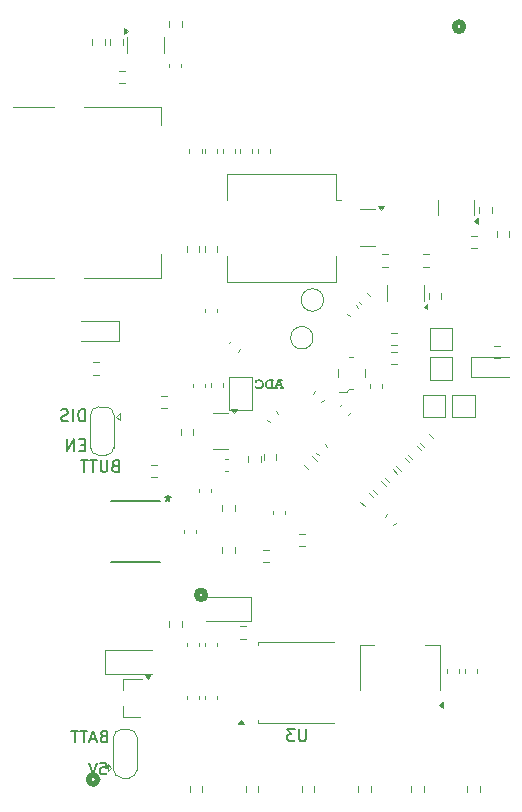
<source format=gbr>
%TF.GenerationSoftware,KiCad,Pcbnew,8.0.2*%
%TF.CreationDate,2024-08-20T16:45:35-03:00*%
%TF.ProjectId,dough,646f7567-682e-46b6-9963-61645f706362,rev?*%
%TF.SameCoordinates,Original*%
%TF.FileFunction,Legend,Bot*%
%TF.FilePolarity,Positive*%
%FSLAX46Y46*%
G04 Gerber Fmt 4.6, Leading zero omitted, Abs format (unit mm)*
G04 Created by KiCad (PCBNEW 8.0.2) date 2024-08-20 16:45:35*
%MOMM*%
%LPD*%
G01*
G04 APERTURE LIST*
%ADD10C,0.200000*%
%ADD11C,0.150000*%
%ADD12C,0.152400*%
%ADD13C,0.508000*%
%ADD14C,0.120000*%
%ADD15C,0.100000*%
G04 APERTURE END LIST*
D10*
G36*
X121331127Y-68734336D02*
G01*
X121377390Y-68752330D01*
X121381274Y-68756055D01*
X121399127Y-68803133D01*
X121398936Y-68808935D01*
X121377390Y-68854180D01*
X121354931Y-68866672D01*
X121304849Y-68873475D01*
X121212770Y-68873475D01*
X121434054Y-69389316D01*
X121461098Y-69390861D01*
X121508792Y-69408855D01*
X121514116Y-69413870D01*
X121531507Y-69459658D01*
X121531316Y-69465460D01*
X121509769Y-69510704D01*
X121487469Y-69523197D01*
X121437473Y-69530000D01*
X121247941Y-69530000D01*
X121221664Y-69528473D01*
X121175401Y-69510704D01*
X121170306Y-69505632D01*
X121153663Y-69459658D01*
X121153854Y-69453857D01*
X121175401Y-69408855D01*
X121197859Y-69396204D01*
X121247941Y-69389316D01*
X121282135Y-69389316D01*
X121247941Y-69295526D01*
X120905757Y-69295526D01*
X120872051Y-69389316D01*
X120906489Y-69389316D01*
X120932767Y-69390861D01*
X120979030Y-69408855D01*
X120982871Y-69412580D01*
X121000523Y-69459658D01*
X121000334Y-69465460D01*
X120979030Y-69510704D01*
X120956571Y-69523197D01*
X120906489Y-69530000D01*
X120716957Y-69530000D01*
X120690718Y-69528473D01*
X120644905Y-69510704D01*
X120641064Y-69506935D01*
X120623412Y-69459658D01*
X120625904Y-69442360D01*
X120654919Y-69402016D01*
X120671566Y-69394277D01*
X120720376Y-69389316D01*
X120820429Y-69154842D01*
X120964131Y-69154842D01*
X121191521Y-69154842D01*
X121077459Y-68912798D01*
X120964131Y-69154842D01*
X120820429Y-69154842D01*
X121000523Y-68732791D01*
X121304849Y-68732791D01*
X121331127Y-68734336D01*
G37*
G36*
X120572020Y-68734336D02*
G01*
X120618283Y-68752330D01*
X120622124Y-68756055D01*
X120639776Y-68803133D01*
X120639589Y-68808935D01*
X120618527Y-68854180D01*
X120601148Y-68865165D01*
X120552581Y-68873475D01*
X120552581Y-69389316D01*
X120570752Y-69390251D01*
X120618283Y-69408855D01*
X120622124Y-69412580D01*
X120639776Y-69459658D01*
X120639587Y-69465460D01*
X120618283Y-69510704D01*
X120595824Y-69523197D01*
X120545743Y-69530000D01*
X120262665Y-69530000D01*
X120229537Y-69529248D01*
X120180651Y-69524920D01*
X120131711Y-69515454D01*
X120084856Y-69499225D01*
X120073957Y-69493936D01*
X120031453Y-69467982D01*
X119992533Y-69437676D01*
X119969070Y-69415282D01*
X119938399Y-69376023D01*
X119913154Y-69329965D01*
X119895911Y-69282179D01*
X119885825Y-69229834D01*
X119882868Y-69178290D01*
X119882868Y-69114054D01*
X119882916Y-69110879D01*
X120023796Y-69110879D01*
X120023796Y-69173161D01*
X120024487Y-69195244D01*
X120032760Y-69246465D01*
X120052128Y-69291618D01*
X120057635Y-69300041D01*
X120092382Y-69337901D01*
X120135659Y-69366845D01*
X120159595Y-69376676D01*
X120209430Y-69386660D01*
X120262177Y-69389316D01*
X120411898Y-69389316D01*
X120411898Y-68873475D01*
X120263642Y-68873475D01*
X120236408Y-68874436D01*
X120187247Y-68882130D01*
X120138834Y-68900830D01*
X120111599Y-68919849D01*
X120077751Y-68956509D01*
X120049197Y-69001458D01*
X120044658Y-69010388D01*
X120028658Y-69059160D01*
X120023796Y-69110879D01*
X119882916Y-69110879D01*
X119883127Y-69096808D01*
X119887555Y-69045451D01*
X119899476Y-68995108D01*
X119902688Y-68985988D01*
X119923064Y-68940196D01*
X119948569Y-68897166D01*
X119976572Y-68858017D01*
X120011339Y-68819497D01*
X120027179Y-68805947D01*
X120071217Y-68777938D01*
X120116852Y-68757948D01*
X120149779Y-68747262D01*
X120199914Y-68736958D01*
X120250942Y-68733524D01*
X120545743Y-68732791D01*
X120572020Y-68734336D01*
G37*
G36*
X119176517Y-68779685D02*
G01*
X119148185Y-68744515D01*
X119114724Y-68732791D01*
X119067930Y-68749841D01*
X119064166Y-68753551D01*
X119045847Y-68800400D01*
X119044626Y-68823161D01*
X119044626Y-68938688D01*
X119051515Y-68987287D01*
X119064166Y-69009030D01*
X119109009Y-69029608D01*
X119114724Y-69029790D01*
X119160153Y-69015380D01*
X119183341Y-68970660D01*
X119185554Y-68961158D01*
X119204849Y-68920125D01*
X119246126Y-68890528D01*
X119283496Y-68874940D01*
X119333932Y-68862117D01*
X119384612Y-68857843D01*
X119434317Y-68862035D01*
X119484059Y-68875927D01*
X119500872Y-68883244D01*
X119544696Y-68911548D01*
X119581204Y-68948713D01*
X119594173Y-68965799D01*
X119618879Y-69011537D01*
X119631510Y-69058834D01*
X119634717Y-69101353D01*
X119634717Y-69185617D01*
X119628882Y-69235920D01*
X119608713Y-69286056D01*
X119578243Y-69325999D01*
X119560956Y-69342177D01*
X119520381Y-69369639D01*
X119472662Y-69389255D01*
X119417799Y-69401024D01*
X119363933Y-69404886D01*
X119355792Y-69404947D01*
X119304747Y-69402321D01*
X119255580Y-69393465D01*
X119223168Y-69382721D01*
X119180026Y-69355112D01*
X119156001Y-69331919D01*
X119121563Y-69302365D01*
X119093475Y-69295526D01*
X119047940Y-69313379D01*
X119043893Y-69317264D01*
X119022831Y-69362640D01*
X119022644Y-69368066D01*
X119038856Y-69414595D01*
X119051465Y-69431081D01*
X119089548Y-69467344D01*
X119131714Y-69494736D01*
X119159420Y-69508018D01*
X119210741Y-69526200D01*
X119258792Y-69537366D01*
X119309132Y-69543831D01*
X119355059Y-69545631D01*
X119408589Y-69543294D01*
X119459758Y-69536281D01*
X119508566Y-69524594D01*
X119555014Y-69508231D01*
X119580495Y-69496782D01*
X119624214Y-69471226D01*
X119664146Y-69438522D01*
X119700292Y-69398669D01*
X119718736Y-69373440D01*
X119743634Y-69330346D01*
X119763141Y-69279567D01*
X119773644Y-69226353D01*
X119775645Y-69189525D01*
X119775645Y-69099155D01*
X119772455Y-69048002D01*
X119762883Y-68998588D01*
X119746931Y-68950915D01*
X119724598Y-68904982D01*
X119696495Y-68862499D01*
X119663476Y-68825176D01*
X119625543Y-68793012D01*
X119582693Y-68766008D01*
X119536592Y-68744637D01*
X119489148Y-68729371D01*
X119440361Y-68720212D01*
X119390230Y-68717159D01*
X119338131Y-68720105D01*
X119289117Y-68728940D01*
X119275680Y-68732547D01*
X119227373Y-68750568D01*
X119182286Y-68775780D01*
X119176517Y-68779685D01*
G37*
X106196993Y-98943409D02*
X106054136Y-98991028D01*
X106054136Y-98991028D02*
X106006517Y-99038647D01*
X106006517Y-99038647D02*
X105958898Y-99133885D01*
X105958898Y-99133885D02*
X105958898Y-99276742D01*
X105958898Y-99276742D02*
X106006517Y-99371980D01*
X106006517Y-99371980D02*
X106054136Y-99419600D01*
X106054136Y-99419600D02*
X106149374Y-99467219D01*
X106149374Y-99467219D02*
X106530326Y-99467219D01*
X106530326Y-99467219D02*
X106530326Y-98467219D01*
X106530326Y-98467219D02*
X106196993Y-98467219D01*
X106196993Y-98467219D02*
X106101755Y-98514838D01*
X106101755Y-98514838D02*
X106054136Y-98562457D01*
X106054136Y-98562457D02*
X106006517Y-98657695D01*
X106006517Y-98657695D02*
X106006517Y-98752933D01*
X106006517Y-98752933D02*
X106054136Y-98848171D01*
X106054136Y-98848171D02*
X106101755Y-98895790D01*
X106101755Y-98895790D02*
X106196993Y-98943409D01*
X106196993Y-98943409D02*
X106530326Y-98943409D01*
X105577945Y-99181504D02*
X105101755Y-99181504D01*
X105673183Y-99467219D02*
X105339850Y-98467219D01*
X105339850Y-98467219D02*
X105006517Y-99467219D01*
X104816040Y-98467219D02*
X104244612Y-98467219D01*
X104530326Y-99467219D02*
X104530326Y-98467219D01*
X104054135Y-98467219D02*
X103482707Y-98467219D01*
X103768421Y-99467219D02*
X103768421Y-98467219D01*
X105954136Y-101167219D02*
X106430326Y-101167219D01*
X106430326Y-101167219D02*
X106477945Y-101643409D01*
X106477945Y-101643409D02*
X106430326Y-101595790D01*
X106430326Y-101595790D02*
X106335088Y-101548171D01*
X106335088Y-101548171D02*
X106096993Y-101548171D01*
X106096993Y-101548171D02*
X106001755Y-101595790D01*
X106001755Y-101595790D02*
X105954136Y-101643409D01*
X105954136Y-101643409D02*
X105906517Y-101738647D01*
X105906517Y-101738647D02*
X105906517Y-101976742D01*
X105906517Y-101976742D02*
X105954136Y-102071980D01*
X105954136Y-102071980D02*
X106001755Y-102119600D01*
X106001755Y-102119600D02*
X106096993Y-102167219D01*
X106096993Y-102167219D02*
X106335088Y-102167219D01*
X106335088Y-102167219D02*
X106430326Y-102119600D01*
X106430326Y-102119600D02*
X106477945Y-102071980D01*
X105620802Y-101167219D02*
X105287469Y-102167219D01*
X105287469Y-102167219D02*
X104954136Y-101167219D01*
X107196993Y-76043409D02*
X107054136Y-76091028D01*
X107054136Y-76091028D02*
X107006517Y-76138647D01*
X107006517Y-76138647D02*
X106958898Y-76233885D01*
X106958898Y-76233885D02*
X106958898Y-76376742D01*
X106958898Y-76376742D02*
X107006517Y-76471980D01*
X107006517Y-76471980D02*
X107054136Y-76519600D01*
X107054136Y-76519600D02*
X107149374Y-76567219D01*
X107149374Y-76567219D02*
X107530326Y-76567219D01*
X107530326Y-76567219D02*
X107530326Y-75567219D01*
X107530326Y-75567219D02*
X107196993Y-75567219D01*
X107196993Y-75567219D02*
X107101755Y-75614838D01*
X107101755Y-75614838D02*
X107054136Y-75662457D01*
X107054136Y-75662457D02*
X107006517Y-75757695D01*
X107006517Y-75757695D02*
X107006517Y-75852933D01*
X107006517Y-75852933D02*
X107054136Y-75948171D01*
X107054136Y-75948171D02*
X107101755Y-75995790D01*
X107101755Y-75995790D02*
X107196993Y-76043409D01*
X107196993Y-76043409D02*
X107530326Y-76043409D01*
X106530326Y-75567219D02*
X106530326Y-76376742D01*
X106530326Y-76376742D02*
X106482707Y-76471980D01*
X106482707Y-76471980D02*
X106435088Y-76519600D01*
X106435088Y-76519600D02*
X106339850Y-76567219D01*
X106339850Y-76567219D02*
X106149374Y-76567219D01*
X106149374Y-76567219D02*
X106054136Y-76519600D01*
X106054136Y-76519600D02*
X106006517Y-76471980D01*
X106006517Y-76471980D02*
X105958898Y-76376742D01*
X105958898Y-76376742D02*
X105958898Y-75567219D01*
X105625564Y-75567219D02*
X105054136Y-75567219D01*
X105339850Y-76567219D02*
X105339850Y-75567219D01*
X104863659Y-75567219D02*
X104292231Y-75567219D01*
X104577945Y-76567219D02*
X104577945Y-75567219D01*
X104630326Y-72267219D02*
X104630326Y-71267219D01*
X104630326Y-71267219D02*
X104392231Y-71267219D01*
X104392231Y-71267219D02*
X104249374Y-71314838D01*
X104249374Y-71314838D02*
X104154136Y-71410076D01*
X104154136Y-71410076D02*
X104106517Y-71505314D01*
X104106517Y-71505314D02*
X104058898Y-71695790D01*
X104058898Y-71695790D02*
X104058898Y-71838647D01*
X104058898Y-71838647D02*
X104106517Y-72029123D01*
X104106517Y-72029123D02*
X104154136Y-72124361D01*
X104154136Y-72124361D02*
X104249374Y-72219600D01*
X104249374Y-72219600D02*
X104392231Y-72267219D01*
X104392231Y-72267219D02*
X104630326Y-72267219D01*
X103630326Y-72267219D02*
X103630326Y-71267219D01*
X103201755Y-72219600D02*
X103058898Y-72267219D01*
X103058898Y-72267219D02*
X102820803Y-72267219D01*
X102820803Y-72267219D02*
X102725565Y-72219600D01*
X102725565Y-72219600D02*
X102677946Y-72171980D01*
X102677946Y-72171980D02*
X102630327Y-72076742D01*
X102630327Y-72076742D02*
X102630327Y-71981504D01*
X102630327Y-71981504D02*
X102677946Y-71886266D01*
X102677946Y-71886266D02*
X102725565Y-71838647D01*
X102725565Y-71838647D02*
X102820803Y-71791028D01*
X102820803Y-71791028D02*
X103011279Y-71743409D01*
X103011279Y-71743409D02*
X103106517Y-71695790D01*
X103106517Y-71695790D02*
X103154136Y-71648171D01*
X103154136Y-71648171D02*
X103201755Y-71552933D01*
X103201755Y-71552933D02*
X103201755Y-71457695D01*
X103201755Y-71457695D02*
X103154136Y-71362457D01*
X103154136Y-71362457D02*
X103106517Y-71314838D01*
X103106517Y-71314838D02*
X103011279Y-71267219D01*
X103011279Y-71267219D02*
X102773184Y-71267219D01*
X102773184Y-71267219D02*
X102630327Y-71314838D01*
X104630326Y-74243409D02*
X104296993Y-74243409D01*
X104154136Y-74767219D02*
X104630326Y-74767219D01*
X104630326Y-74767219D02*
X104630326Y-73767219D01*
X104630326Y-73767219D02*
X104154136Y-73767219D01*
X103725564Y-74767219D02*
X103725564Y-73767219D01*
X103725564Y-73767219D02*
X103154136Y-74767219D01*
X103154136Y-74767219D02*
X103154136Y-73767219D01*
D11*
X111649999Y-78554819D02*
X111649999Y-78792914D01*
X111888094Y-78697676D02*
X111649999Y-78792914D01*
X111649999Y-78792914D02*
X111411904Y-78697676D01*
X111792856Y-78983390D02*
X111649999Y-78792914D01*
X111649999Y-78792914D02*
X111507142Y-78983390D01*
X111649999Y-78554819D02*
X111649999Y-78792914D01*
X111888094Y-78697676D02*
X111649999Y-78792914D01*
X111649999Y-78792914D02*
X111411904Y-78697676D01*
X111792856Y-78983390D02*
X111649999Y-78792914D01*
X111649999Y-78792914D02*
X111507142Y-78983390D01*
X123351904Y-98354819D02*
X123351904Y-99164342D01*
X123351904Y-99164342D02*
X123304285Y-99259580D01*
X123304285Y-99259580D02*
X123256666Y-99307200D01*
X123256666Y-99307200D02*
X123161428Y-99354819D01*
X123161428Y-99354819D02*
X122970952Y-99354819D01*
X122970952Y-99354819D02*
X122875714Y-99307200D01*
X122875714Y-99307200D02*
X122828095Y-99259580D01*
X122828095Y-99259580D02*
X122780476Y-99164342D01*
X122780476Y-99164342D02*
X122780476Y-98354819D01*
X122399523Y-98354819D02*
X121780476Y-98354819D01*
X121780476Y-98354819D02*
X122113809Y-98735771D01*
X122113809Y-98735771D02*
X121970952Y-98735771D01*
X121970952Y-98735771D02*
X121875714Y-98783390D01*
X121875714Y-98783390D02*
X121828095Y-98831009D01*
X121828095Y-98831009D02*
X121780476Y-98926247D01*
X121780476Y-98926247D02*
X121780476Y-99164342D01*
X121780476Y-99164342D02*
X121828095Y-99259580D01*
X121828095Y-99259580D02*
X121875714Y-99307200D01*
X121875714Y-99307200D02*
X121970952Y-99354819D01*
X121970952Y-99354819D02*
X122256666Y-99354819D01*
X122256666Y-99354819D02*
X122351904Y-99307200D01*
X122351904Y-99307200D02*
X122399523Y-99259580D01*
D12*
%TO.C,U12*%
X106817200Y-84178100D02*
X110982800Y-84178100D01*
X110982800Y-79021900D02*
X106817200Y-79021900D01*
D13*
%TO.C,J1*%
X114851000Y-86970200D02*
G75*
G02*
X114089000Y-86970200I-381000J0D01*
G01*
X114089000Y-86970200D02*
G75*
G02*
X114851000Y-86970200I381000J0D01*
G01*
%TO.C,J13*%
X105710801Y-102603900D02*
G75*
G02*
X104948801Y-102603900I-381000J0D01*
G01*
X104948801Y-102603900D02*
G75*
G02*
X105710801Y-102603900I381000J0D01*
G01*
%TO.C,U11*%
X136689000Y-38864200D02*
G75*
G02*
X135927000Y-38864200I-381000J0D01*
G01*
X135927000Y-38864200D02*
G75*
G02*
X136689000Y-38864200I381000J0D01*
G01*
D14*
%TO.C,C5*%
X120569200Y-79855433D02*
X120569200Y-80147967D01*
X121589200Y-79855433D02*
X121589200Y-80147967D01*
%TO.C,C14*%
X115290000Y-69346267D02*
X115290000Y-69053733D01*
X116310000Y-69346267D02*
X116310000Y-69053733D01*
%TO.C,R12*%
X133777500Y-61904724D02*
X133777500Y-61395276D01*
X134822500Y-61904724D02*
X134822500Y-61395276D01*
%TO.C,D3*%
X114900000Y-87140000D02*
X118660000Y-87140000D01*
X114900000Y-89160000D02*
X118660000Y-89160000D01*
X118660000Y-89160000D02*
X118660000Y-87140000D01*
%TO.C,C20*%
X136790000Y-93546267D02*
X136790000Y-93253733D01*
X137810000Y-93546267D02*
X137810000Y-93253733D01*
%TO.C,R13*%
X133804724Y-58127500D02*
X133295276Y-58127500D01*
X133804724Y-59172500D02*
X133295276Y-59172500D01*
%TO.C,R41*%
X114777500Y-57904724D02*
X114777500Y-57395276D01*
X115822500Y-57904724D02*
X115822500Y-57395276D01*
%TO.C,JP2*%
X106550000Y-101300000D02*
X106550000Y-101900000D01*
X106550000Y-101300000D02*
X106850000Y-101600000D01*
X106550000Y-101900000D02*
X106850000Y-101600000D01*
X107050000Y-101800000D02*
X107050000Y-99000000D01*
X107750000Y-98350000D02*
X108350000Y-98350000D01*
X108350000Y-102450000D02*
X107750000Y-102450000D01*
X109050000Y-99000000D02*
X109050000Y-101800000D01*
X107050000Y-99050000D02*
G75*
G02*
X107750000Y-98350000I700000J0D01*
G01*
X107750000Y-102450000D02*
G75*
G02*
X107050000Y-101750000I-1J699999D01*
G01*
X108350000Y-98350000D02*
G75*
G02*
X109050000Y-99050000I0J-700000D01*
G01*
X109050000Y-101750000D02*
G75*
G02*
X108350000Y-102450000I-699999J-1D01*
G01*
%TO.C,Q3*%
X107840000Y-94120000D02*
X108640000Y-94120000D01*
X107840000Y-95050000D02*
X107840000Y-94120000D01*
X107840000Y-96350000D02*
X107840000Y-97280000D01*
X109300000Y-97280000D02*
X107840000Y-97280000D01*
X109440000Y-94120000D02*
X108640000Y-94120000D01*
X109940000Y-94090000D02*
X109700000Y-93760000D01*
X110180000Y-93760000D01*
X109940000Y-94090000D01*
G36*
X109940000Y-94090000D02*
G01*
X109700000Y-93760000D01*
X110180000Y-93760000D01*
X109940000Y-94090000D01*
G37*
%TO.C,TP4*%
X133850000Y-64350000D02*
X135750000Y-64350000D01*
X133850000Y-66250000D02*
X133850000Y-64350000D01*
X135750000Y-64350000D02*
X135750000Y-66250000D01*
X135750000Y-66250000D02*
X133850000Y-66250000D01*
%TO.C,R6*%
X132277500Y-103654724D02*
X132277500Y-103145276D01*
X133322500Y-103654724D02*
X133322500Y-103145276D01*
%TO.C,R44*%
X110245276Y-77022500D02*
X110754724Y-77022500D01*
X110245276Y-75977500D02*
X110754724Y-75977500D01*
%TO.C,Q2*%
X127900000Y-54340000D02*
X128550000Y-54340000D01*
X127900000Y-57460000D02*
X128550000Y-57460000D01*
X129200000Y-54340000D02*
X128550000Y-54340000D01*
X129200000Y-57460000D02*
X128550000Y-57460000D01*
X129712500Y-54390000D02*
X129472500Y-54060000D01*
X129952500Y-54060000D01*
X129712500Y-54390000D01*
G36*
X129712500Y-54390000D02*
G01*
X129472500Y-54060000D01*
X129952500Y-54060000D01*
X129712500Y-54390000D01*
G37*
%TO.C,R37*%
X111777500Y-89145276D02*
X111777500Y-89654724D01*
X112822500Y-89145276D02*
X112822500Y-89654724D01*
%TO.C,TP6*%
X135750000Y-70050000D02*
X137650000Y-70050000D01*
X135750000Y-71950000D02*
X135750000Y-70050000D01*
X137650000Y-70050000D02*
X137650000Y-71950000D01*
X137650000Y-71950000D02*
X135750000Y-71950000D01*
%TO.C,R27*%
X130527276Y-66373900D02*
X131036724Y-66373900D01*
X130527276Y-67418900D02*
X131036724Y-67418900D01*
%TO.C,U5*%
X115450000Y-71540000D02*
X116100000Y-71540000D01*
X115450000Y-74660000D02*
X116100000Y-74660000D01*
X116750000Y-71540000D02*
X116100000Y-71540000D01*
X116750000Y-74660000D02*
X116100000Y-74660000D01*
X117262500Y-71590000D02*
X117022500Y-71260000D01*
X117502500Y-71260000D01*
X117262500Y-71590000D01*
G36*
X117262500Y-71590000D02*
G01*
X117022500Y-71260000D01*
X117502500Y-71260000D01*
X117262500Y-71590000D01*
G37*
%TO.C,R4*%
X137027500Y-103654724D02*
X137027500Y-103145276D01*
X138072500Y-103654724D02*
X138072500Y-103145276D01*
%TO.C,R38*%
X139527500Y-56145276D02*
X139527500Y-56654724D01*
X140572500Y-56145276D02*
X140572500Y-56654724D01*
%TO.C,BZ1*%
X116700000Y-51300000D02*
X125900000Y-51300000D01*
X116700000Y-53500000D02*
X116700000Y-51300000D01*
X116700000Y-60500000D02*
X116700000Y-58300000D01*
X125900000Y-53500000D02*
X125900000Y-51300000D01*
X125900000Y-60500000D02*
X116700000Y-60500000D01*
X125900000Y-60500000D02*
X125900000Y-58300000D01*
X126300000Y-53500000D02*
X125900000Y-53500000D01*
%TO.C,R23*%
X105277500Y-39895276D02*
X105277500Y-40404724D01*
X106322500Y-39895276D02*
X106322500Y-40404724D01*
%TO.C,C3*%
X113290000Y-95796267D02*
X113290000Y-95503733D01*
X114310000Y-95796267D02*
X114310000Y-95503733D01*
%TO.C,X1*%
X126090000Y-68520000D02*
X126090000Y-67880000D01*
X126130000Y-69760000D02*
X126820000Y-69760000D01*
X127370000Y-66840000D02*
X127030000Y-66840000D01*
X127370000Y-69560000D02*
X127040000Y-69560000D01*
X128310000Y-68520000D02*
X128310000Y-67880000D01*
X127040000Y-69560000D02*
G75*
G02*
X126820000Y-69759999I-310001J120002D01*
G01*
%TO.C,TP2*%
X123950000Y-65200000D02*
G75*
G02*
X122050000Y-65200000I-950000J0D01*
G01*
X122050000Y-65200000D02*
G75*
G02*
X123950000Y-65200000I950000J0D01*
G01*
%TO.C,R22*%
X113527500Y-103654724D02*
X113527500Y-103145276D01*
X114572500Y-103654724D02*
X114572500Y-103145276D01*
%TO.C,R39*%
X138027500Y-54654724D02*
X138027500Y-54145276D01*
X139072500Y-54654724D02*
X139072500Y-54145276D01*
%TO.C,D6*%
X104300000Y-63800000D02*
X107560000Y-63800000D01*
X104300000Y-65500000D02*
X107560000Y-65500000D01*
X107560000Y-65500000D02*
X107560000Y-63800000D01*
%TO.C,U3*%
X119280000Y-90950000D02*
X125700000Y-90950000D01*
X119280000Y-91220000D02*
X119280000Y-90950000D01*
X119280000Y-97580000D02*
X119280000Y-97850000D01*
X119280000Y-97850000D02*
X125700000Y-97850000D01*
X118105000Y-97890000D02*
X117625000Y-97890000D01*
X117865000Y-97560000D01*
X118105000Y-97890000D01*
G36*
X118105000Y-97890000D02*
G01*
X117625000Y-97890000D01*
X117865000Y-97560000D01*
X118105000Y-97890000D01*
G37*
%TO.C,R11*%
X119745276Y-83177500D02*
X120254724Y-83177500D01*
X119745276Y-84222500D02*
X120254724Y-84222500D01*
%TO.C,R35*%
X106777500Y-39895276D02*
X106777500Y-40404724D01*
X107822500Y-39895276D02*
X107822500Y-40404724D01*
%TO.C,Q4*%
X134490000Y-53500000D02*
X134490000Y-54150000D01*
X134490000Y-54800000D02*
X134490000Y-54150000D01*
X137610000Y-53500000D02*
X137610000Y-54150000D01*
X137610000Y-54800000D02*
X137610000Y-54150000D01*
X137890000Y-55552500D02*
X137560000Y-55312500D01*
X137890000Y-55072500D01*
X137890000Y-55552500D01*
G36*
X137890000Y-55552500D02*
G01*
X137560000Y-55312500D01*
X137890000Y-55072500D01*
X137890000Y-55552500D01*
G37*
%TO.C,C27*%
X117780000Y-49241233D02*
X117780000Y-49533767D01*
X118800000Y-49241233D02*
X118800000Y-49533767D01*
%TO.C,C24*%
X127042802Y-63364051D02*
X126835949Y-63157198D01*
X127764051Y-62642802D02*
X127557198Y-62435949D01*
%TO.C,C6*%
X124142802Y-69735949D02*
X123935949Y-69942802D01*
X124864051Y-70457198D02*
X124657198Y-70664051D01*
%TO.C,C30*%
X116835949Y-65642802D02*
X117042801Y-65435948D01*
X117557199Y-66364052D02*
X117764051Y-66157198D01*
%TO.C,C16*%
X114790000Y-63046267D02*
X114790000Y-62753733D01*
X115810000Y-63046267D02*
X115810000Y-62753733D01*
%TO.C,JP3*%
X105100000Y-74500000D02*
X105100000Y-71700000D01*
X105800000Y-71050000D02*
X106400000Y-71050000D01*
X106400000Y-75150000D02*
X105800000Y-75150000D01*
X107100000Y-71700000D02*
X107100000Y-74500000D01*
X107600000Y-71600000D02*
X107300000Y-71900000D01*
X107600000Y-72200000D02*
X107300000Y-71900000D01*
X107600000Y-72200000D02*
X107600000Y-71600000D01*
X105100000Y-71750000D02*
G75*
G02*
X105800000Y-71050000I699999J1D01*
G01*
X105800000Y-75150000D02*
G75*
G02*
X105100000Y-74450000I0J700000D01*
G01*
X106400000Y-71050000D02*
G75*
G02*
X107100000Y-71750000I1J-699999D01*
G01*
X107100000Y-74450000D02*
G75*
G02*
X106400000Y-75150000I-700000J0D01*
G01*
%TO.C,R7*%
X127777500Y-103654724D02*
X127777500Y-103145276D01*
X128822500Y-103654724D02*
X128822500Y-103145276D01*
%TO.C,R20*%
X119794700Y-75023676D02*
X119794700Y-75533124D01*
X120839700Y-75023676D02*
X120839700Y-75533124D01*
%TO.C,R9*%
X118277500Y-103654724D02*
X118277500Y-103145276D01*
X119322500Y-103654724D02*
X119322500Y-103145276D01*
%TO.C,R5*%
X112777500Y-72895276D02*
X112777500Y-73404724D01*
X113822500Y-72895276D02*
X113822500Y-73404724D01*
%TO.C,C404*%
X114790000Y-49546267D02*
X114790000Y-49253733D01*
X115810000Y-49546267D02*
X115810000Y-49253733D01*
%TO.C,C13*%
X114290000Y-78003733D02*
X114290000Y-78296267D01*
X115310000Y-78003733D02*
X115310000Y-78296267D01*
%TO.C,D2*%
X106340000Y-91650000D02*
X106340000Y-93650000D01*
X110350000Y-91650000D02*
X106340000Y-91650000D01*
X110350000Y-93650000D02*
X106340000Y-93650000D01*
%TO.C,C2*%
X113290000Y-91003733D02*
X113290000Y-91296267D01*
X114310000Y-91003733D02*
X114310000Y-91296267D01*
%TO.C,R36*%
X130304724Y-58127500D02*
X129795276Y-58127500D01*
X130304724Y-59172500D02*
X129795276Y-59172500D01*
%TO.C,C28*%
X119290000Y-49546267D02*
X119290000Y-49253733D01*
X120310000Y-49546267D02*
X120310000Y-49253733D01*
D15*
%TO.C,J401*%
X98550000Y-45650000D02*
X102050000Y-45650000D01*
X98550000Y-60150000D02*
X102050000Y-60150000D01*
X104550000Y-45650000D02*
X111050000Y-45650000D01*
X111050000Y-45650000D02*
X111050000Y-47150000D01*
X111050000Y-59650000D02*
X111050000Y-58150000D01*
X111050000Y-59650000D02*
X111050000Y-60150000D01*
X111050000Y-60150000D02*
X104550000Y-60150000D01*
D14*
%TO.C,R35*%
X107545276Y-42577500D02*
X108054724Y-42577500D01*
X107545276Y-43622500D02*
X108054724Y-43622500D01*
%TO.C,R26*%
X130527276Y-64777500D02*
X131036724Y-64777500D01*
X130527276Y-65822500D02*
X131036724Y-65822500D01*
%TO.C,R19*%
X123254724Y-81777500D02*
X122745276Y-81777500D01*
X123254724Y-82822500D02*
X122745276Y-82822500D01*
%TO.C,R24*%
X132360654Y-75449580D02*
X132000420Y-75089346D01*
X133099580Y-74710654D02*
X132739346Y-74350420D01*
%TO.C,R34*%
X129360654Y-78449580D02*
X129000420Y-78089346D01*
X130099580Y-77710654D02*
X129739346Y-77350420D01*
%TO.C,D4*%
X137290000Y-66800000D02*
X137290000Y-68500000D01*
X140550000Y-66800000D02*
X137290000Y-66800000D01*
X140550000Y-68500000D02*
X137290000Y-68500000D01*
%TO.C,C19*%
X128790000Y-69446267D02*
X128790000Y-69153733D01*
X129810000Y-69446267D02*
X129810000Y-69153733D01*
%TO.C,R10*%
X123510654Y-76349580D02*
X123150420Y-75989346D01*
X124249580Y-75610654D02*
X123889346Y-75250420D01*
%TO.C,C31*%
X124235949Y-74957198D02*
X124442802Y-75164051D01*
X124957198Y-74235949D02*
X125164051Y-74442802D01*
%TO.C,C8*%
X116453733Y-75490000D02*
X116746267Y-75490000D01*
X116453733Y-76510000D02*
X116746267Y-76510000D01*
%TO.C,C4*%
X114790000Y-95796267D02*
X114790000Y-95503733D01*
X115810000Y-95796267D02*
X115810000Y-95503733D01*
%TO.C,R21*%
X118467100Y-75245276D02*
X118467100Y-75754724D01*
X119512100Y-75245276D02*
X119512100Y-75754724D01*
%TO.C,R43*%
X139754724Y-65877500D02*
X139245276Y-65877500D01*
X139754724Y-66922500D02*
X139245276Y-66922500D01*
%TO.C,R1*%
X116277500Y-82895276D02*
X116277500Y-83404724D01*
X117322500Y-82895276D02*
X117322500Y-83404724D01*
%TO.C,Q1*%
X108240000Y-39750000D02*
X108240000Y-40400000D01*
X108240000Y-41050000D02*
X108240000Y-40400000D01*
X111360000Y-39750000D02*
X111360000Y-40400000D01*
X111360000Y-41050000D02*
X111360000Y-40400000D01*
X108290000Y-39237500D02*
X107960000Y-39477500D01*
X107960000Y-38997500D01*
X108290000Y-39237500D01*
G36*
X108290000Y-39237500D02*
G01*
X107960000Y-39477500D01*
X107960000Y-38997500D01*
X108290000Y-39237500D01*
G37*
%TO.C,R42*%
X105854724Y-67277500D02*
X105345276Y-67277500D01*
X105854724Y-68322500D02*
X105345276Y-68322500D01*
%TO.C,R17*%
X133000420Y-74089346D02*
X133360654Y-74449580D01*
X133739346Y-73350420D02*
X134099580Y-73710654D01*
%TO.C,TP3*%
X133850000Y-66850000D02*
X135750000Y-66850000D01*
X133850000Y-68750000D02*
X133850000Y-66850000D01*
X135750000Y-66850000D02*
X135750000Y-68750000D01*
X135750000Y-68750000D02*
X133850000Y-68750000D01*
%TO.C,R40*%
X113277500Y-57904724D02*
X113277500Y-57395276D01*
X114322500Y-57904724D02*
X114322500Y-57395276D01*
%TO.C,R33*%
X130360654Y-77449580D02*
X130000420Y-77089346D01*
X131099580Y-76710654D02*
X130739346Y-76350420D01*
%TO.C,C23*%
X111790000Y-42296267D02*
X111790000Y-42003733D01*
X112810000Y-42296267D02*
X112810000Y-42003733D01*
%TO.C,C32*%
X120085949Y-72157198D02*
X120292802Y-72364051D01*
X120807198Y-71435949D02*
X121014051Y-71642802D01*
%TO.C,C403*%
X113490000Y-49546267D02*
X113490000Y-49253733D01*
X114510000Y-49546267D02*
X114510000Y-49253733D01*
%TO.C,C15*%
X112990000Y-81453733D02*
X112990000Y-81746267D01*
X114010000Y-81453733D02*
X114010000Y-81746267D01*
%TO.C,R401*%
X111777500Y-38904724D02*
X111777500Y-38395276D01*
X112822500Y-38904724D02*
X112822500Y-38395276D01*
%TO.C,R3*%
X117795276Y-89627500D02*
X118304724Y-89627500D01*
X117795276Y-90672500D02*
X118304724Y-90672500D01*
%TO.C,TP1*%
X124850000Y-62000000D02*
G75*
G02*
X122950000Y-62000000I-950000J0D01*
G01*
X122950000Y-62000000D02*
G75*
G02*
X124850000Y-62000000I950000J0D01*
G01*
%TO.C,C33*%
X126410002Y-70801149D02*
X126203149Y-71008002D01*
X127131251Y-71522398D02*
X126924398Y-71729251D01*
%TO.C,C10*%
X113790000Y-69371267D02*
X113790000Y-69078733D01*
X114810000Y-69371267D02*
X114810000Y-69078733D01*
%TO.C,C9*%
X128042802Y-62364051D02*
X127835949Y-62157198D01*
X128764051Y-61642802D02*
X128557198Y-61435949D01*
%TO.C,U4*%
X127890000Y-91240000D02*
X127890000Y-95000000D01*
X129150000Y-91240000D02*
X127890000Y-91240000D01*
X133450000Y-91240000D02*
X134710000Y-91240000D01*
X134710000Y-91240000D02*
X134710000Y-95000000D01*
X134940000Y-96520000D02*
X134610000Y-96280000D01*
X134940000Y-96040000D01*
X134940000Y-96520000D01*
G36*
X134940000Y-96520000D02*
G01*
X134610000Y-96280000D01*
X134940000Y-96040000D01*
X134940000Y-96520000D01*
G37*
%TO.C,C22*%
X135290000Y-93253733D02*
X135290000Y-93546267D01*
X136310000Y-93253733D02*
X136310000Y-93546267D01*
%TO.C,C12*%
X130242802Y-80135949D02*
X130035949Y-80342802D01*
X130964051Y-80857198D02*
X130757198Y-81064051D01*
%TO.C,R39*%
X137854724Y-56577500D02*
X137345276Y-56577500D01*
X137854724Y-57622500D02*
X137345276Y-57622500D01*
%TO.C,Q5*%
X130240000Y-60750000D02*
X130240000Y-61400000D01*
X130240000Y-62050000D02*
X130240000Y-61400000D01*
X133360000Y-60750000D02*
X133360000Y-61400000D01*
X133360000Y-62050000D02*
X133360000Y-61400000D01*
X133640000Y-62802500D02*
X133310000Y-62562500D01*
X133640000Y-62322500D01*
X133640000Y-62802500D01*
G36*
X133640000Y-62802500D02*
G01*
X133310000Y-62562500D01*
X133640000Y-62322500D01*
X133640000Y-62802500D01*
G37*
%TO.C,R8*%
X123027500Y-103654724D02*
X123027500Y-103145276D01*
X124072500Y-103654724D02*
X124072500Y-103145276D01*
%TO.C,JP1*%
X116800000Y-68500000D02*
X118800000Y-68500000D01*
X116800000Y-71300000D02*
X116800000Y-68500000D01*
X118800000Y-68500000D02*
X118800000Y-71300000D01*
X118800000Y-71300000D02*
X116800000Y-71300000D01*
%TO.C,R18*%
X111554724Y-70127500D02*
X111045276Y-70127500D01*
X111554724Y-71172500D02*
X111045276Y-71172500D01*
%TO.C,TP5*%
X133250000Y-70050000D02*
X135150000Y-70050000D01*
X133250000Y-71950000D02*
X133250000Y-70050000D01*
X135150000Y-70050000D02*
X135150000Y-71950000D01*
X135150000Y-71950000D02*
X133250000Y-71950000D01*
%TO.C,R2*%
X116277500Y-79395276D02*
X116277500Y-79904724D01*
X117322500Y-79395276D02*
X117322500Y-79904724D01*
%TO.C,R45*%
X127950420Y-79089346D02*
X128310654Y-79449580D01*
X128689346Y-78350420D02*
X129049580Y-78710654D01*
%TO.C,R25*%
X131360654Y-76449580D02*
X131000420Y-76089346D01*
X132099580Y-75710654D02*
X131739346Y-75350420D01*
%TO.C,C1*%
X114790000Y-91003733D02*
X114790000Y-91296267D01*
X115810000Y-91003733D02*
X115810000Y-91296267D01*
%TO.C,C26*%
X116290000Y-49546267D02*
X116290000Y-49253733D01*
X117310000Y-49546267D02*
X117310000Y-49253733D01*
%TD*%
M02*

</source>
